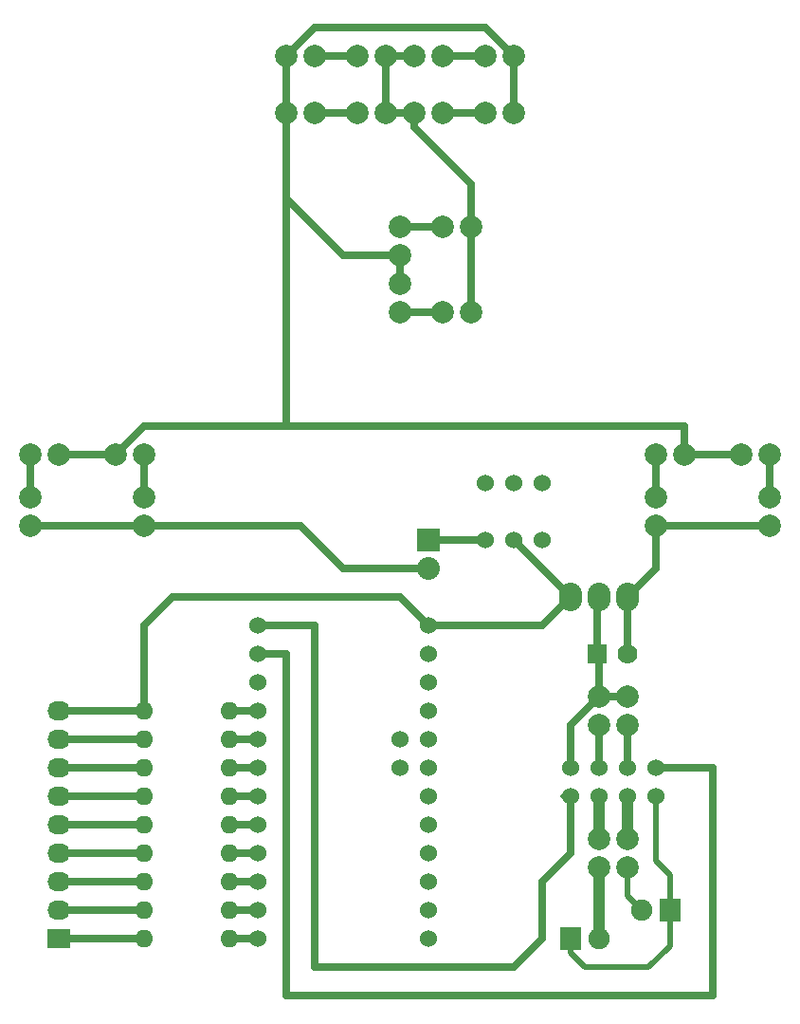
<source format=gbr>
G04 #@! TF.FileFunction,Copper,L1,Top,Signal*
%FSLAX46Y46*%
G04 Gerber Fmt 4.6, Leading zero omitted, Abs format (unit mm)*
G04 Created by KiCad (PCBNEW 4.0.2+dfsg1-stable) date Пан 28 Сак 2016 16:34:23*
%MOMM*%
G01*
G04 APERTURE LIST*
%ADD10C,0.100000*%
%ADD11C,1.524000*%
%ADD12O,1.600000X1.600000*%
%ADD13O,2.032000X2.540000*%
%ADD14R,1.778000X1.778000*%
%ADD15C,1.778000*%
%ADD16R,1.900000X2.000000*%
%ADD17C,1.900000*%
%ADD18R,2.032000X1.727200*%
%ADD19O,2.032000X1.727200*%
%ADD20R,2.032000X2.032000*%
%ADD21O,2.032000X2.032000*%
%ADD22C,1.998980*%
%ADD23C,2.000000*%
%ADD24C,0.700000*%
%ADD25C,0.500000*%
%ADD26C,1.000000*%
G04 APERTURE END LIST*
D10*
D11*
X152400000Y-93980000D03*
X154940000Y-93980000D03*
X157480000Y-93980000D03*
X152400000Y-99060000D03*
X154940000Y-99060000D03*
X157480000Y-99060000D03*
D12*
X129540000Y-134620000D03*
X129540000Y-132080000D03*
X129540000Y-129540000D03*
X129540000Y-127000000D03*
X129540000Y-124460000D03*
X129540000Y-121920000D03*
X129540000Y-119380000D03*
X129540000Y-116840000D03*
X129540000Y-114300000D03*
X121920000Y-114300000D03*
X121920000Y-116840000D03*
X121920000Y-119380000D03*
X121920000Y-121920000D03*
X121920000Y-124460000D03*
X121920000Y-127000000D03*
X121920000Y-129540000D03*
X121920000Y-132080000D03*
X121920000Y-134620000D03*
D11*
X147320000Y-106680000D03*
X147320000Y-109220000D03*
X147320000Y-111760000D03*
X147320000Y-114300000D03*
X147320000Y-116840000D03*
X147320000Y-119380000D03*
X147320000Y-121920000D03*
X147320000Y-124460000D03*
X147320000Y-127000000D03*
X147320000Y-129540000D03*
X147320000Y-132080000D03*
X147320000Y-134620000D03*
X144780000Y-116840000D03*
X144780000Y-119380000D03*
X132080000Y-134620000D03*
X132080000Y-132080000D03*
X132080000Y-129540000D03*
X132080000Y-127000000D03*
X132080000Y-124460000D03*
X132080000Y-121920000D03*
X132080000Y-119380000D03*
X132080000Y-116840000D03*
X132080000Y-114300000D03*
X132080000Y-111760000D03*
X132080000Y-109220000D03*
X132080000Y-106680000D03*
D13*
X165100000Y-104140000D03*
X162560000Y-104140000D03*
X160020000Y-104140000D03*
D14*
X162433000Y-109220000D03*
D15*
X165100000Y-109220000D03*
D16*
X160020000Y-134620000D03*
D17*
X162560000Y-134620000D03*
D16*
X168910000Y-132080000D03*
D17*
X166370000Y-132080000D03*
D18*
X114300000Y-134620000D03*
D19*
X114300000Y-132080000D03*
X114300000Y-129540000D03*
X114300000Y-127000000D03*
X114300000Y-124460000D03*
X114300000Y-121920000D03*
X114300000Y-119380000D03*
X114300000Y-116840000D03*
X114300000Y-114300000D03*
D20*
X147320000Y-99060000D03*
D21*
X147320000Y-101600000D03*
D22*
X162560000Y-125730000D03*
X162560000Y-128270000D03*
X162560000Y-113030000D03*
X162560000Y-115570000D03*
X165100000Y-113030000D03*
X165100000Y-115570000D03*
X165100000Y-125730000D03*
X165100000Y-128270000D03*
D11*
X160020000Y-119380000D03*
X162560000Y-119380000D03*
X165100000Y-119380000D03*
X167640000Y-119380000D03*
X167640000Y-121920000D03*
X165100000Y-121920000D03*
X162560000Y-121920000D03*
X160020000Y-121920000D03*
D23*
X137160000Y-60960000D03*
X134620000Y-60960000D03*
X137160000Y-55880000D03*
X134620000Y-55880000D03*
X121920000Y-91440000D03*
X119380000Y-91440000D03*
X111760000Y-91440000D03*
X114300000Y-91440000D03*
X144780000Y-71120000D03*
X144780000Y-73660000D03*
X144780000Y-78740000D03*
X144780000Y-76200000D03*
X152400000Y-60960000D03*
X154940000Y-60960000D03*
X152400000Y-55880000D03*
X154940000Y-55880000D03*
X177800000Y-91440000D03*
X175260000Y-91440000D03*
X167640000Y-91440000D03*
X170180000Y-91440000D03*
D22*
X140970000Y-60960000D03*
X143510000Y-60960000D03*
X140970000Y-55880000D03*
X143510000Y-55880000D03*
X121920000Y-95250000D03*
X121920000Y-97790000D03*
X111760000Y-95250000D03*
X111760000Y-97790000D03*
X148590000Y-71120000D03*
X151130000Y-71120000D03*
X148590000Y-78740000D03*
X151130000Y-78740000D03*
X148590000Y-60960000D03*
X146050000Y-60960000D03*
X148590000Y-55880000D03*
X146050000Y-55880000D03*
X177800000Y-95250000D03*
X177800000Y-97790000D03*
X167640000Y-95250000D03*
X167640000Y-97790000D03*
D24*
X162560000Y-113030000D02*
X165100000Y-113030000D01*
X160020000Y-119380000D02*
X160020000Y-115570000D01*
X160020000Y-115570000D02*
X162560000Y-113030000D01*
X162433000Y-109220000D02*
X162433000Y-104267000D01*
X162433000Y-104267000D02*
X162560000Y-104140000D01*
X162560000Y-113030000D02*
X162560000Y-109347000D01*
X162560000Y-109347000D02*
X162433000Y-109220000D01*
X162433000Y-112903000D02*
X162560000Y-113030000D01*
X162560000Y-109093000D02*
X162433000Y-109220000D01*
X165100000Y-104140000D02*
X167640000Y-101600000D01*
X167640000Y-101600000D02*
X167640000Y-97790000D01*
X121920000Y-97790000D02*
X135890000Y-97790000D01*
X139700000Y-101600000D02*
X147320000Y-101600000D01*
X135890000Y-97790000D02*
X139700000Y-101600000D01*
X146050000Y-60960000D02*
X146050000Y-62230000D01*
X151130000Y-67310000D02*
X151130000Y-71120000D01*
X146050000Y-62230000D02*
X151130000Y-67310000D01*
X111760000Y-97790000D02*
X121920000Y-97790000D01*
X177800000Y-97790000D02*
X167640000Y-97790000D01*
X151130000Y-71120000D02*
X151130000Y-78740000D01*
X143510000Y-55880000D02*
X143510000Y-60960000D01*
X143510000Y-60960000D02*
X146050000Y-60960000D01*
X146050000Y-55880000D02*
X143510000Y-55880000D01*
X165100000Y-109220000D02*
X165100000Y-104140000D01*
D25*
X160020000Y-134620000D02*
X160020000Y-135890000D01*
X168910000Y-135255000D02*
X168910000Y-132080000D01*
X167005000Y-137160000D02*
X168910000Y-135255000D01*
X161290000Y-137160000D02*
X167005000Y-137160000D01*
X160020000Y-135890000D02*
X161290000Y-137160000D01*
X167640000Y-121920000D02*
X167640000Y-127635000D01*
X168910000Y-128905000D02*
X168910000Y-132080000D01*
X167640000Y-127635000D02*
X168910000Y-128905000D01*
D26*
X162560000Y-134620000D02*
X162560000Y-128270000D01*
D25*
X165100000Y-128270000D02*
X165100000Y-130810000D01*
X165100000Y-130810000D02*
X166370000Y-132080000D01*
D24*
X121920000Y-134620000D02*
X114300000Y-134620000D01*
X114300000Y-132080000D02*
X121920000Y-132080000D01*
X121920000Y-129540000D02*
X114300000Y-129540000D01*
X114300000Y-127000000D02*
X121920000Y-127000000D01*
X121920000Y-124460000D02*
X114300000Y-124460000D01*
X114300000Y-121920000D02*
X121920000Y-121920000D01*
X121920000Y-119380000D02*
X114300000Y-119380000D01*
X114300000Y-116840000D02*
X121920000Y-116840000D01*
X154940000Y-99060000D02*
X160020000Y-104140000D01*
X147320000Y-106680000D02*
X144780000Y-104140000D01*
X121920000Y-106680000D02*
X121920000Y-114300000D01*
X124460000Y-104140000D02*
X121920000Y-106680000D01*
X144780000Y-104140000D02*
X124460000Y-104140000D01*
X160020000Y-104140000D02*
X157480000Y-106680000D01*
X157480000Y-106680000D02*
X147320000Y-106680000D01*
X121920000Y-114300000D02*
X114300000Y-114300000D01*
D26*
X162560000Y-121920000D02*
X162560000Y-125730000D01*
D24*
X162560000Y-119380000D02*
X162560000Y-115570000D01*
X165100000Y-119380000D02*
X165100000Y-115570000D01*
D26*
X165100000Y-121920000D02*
X165100000Y-125730000D01*
D24*
X129540000Y-134620000D02*
X132080000Y-134620000D01*
X132080000Y-132080000D02*
X129540000Y-132080000D01*
X129540000Y-129540000D02*
X132080000Y-129540000D01*
X132080000Y-127000000D02*
X129540000Y-127000000D01*
X129540000Y-124460000D02*
X132080000Y-124460000D01*
X132080000Y-121920000D02*
X129540000Y-121920000D01*
X132080000Y-119380000D02*
X129540000Y-119380000D01*
X132080000Y-116840000D02*
X129540000Y-116840000D01*
X132080000Y-109220000D02*
X134620000Y-109220000D01*
X172720000Y-119380000D02*
X167640000Y-119380000D01*
X172720000Y-139700000D02*
X172720000Y-119380000D01*
X134620000Y-139700000D02*
X172720000Y-139700000D01*
X134620000Y-109220000D02*
X134620000Y-139700000D01*
X160020000Y-121920000D02*
X160020000Y-127000000D01*
X137160000Y-106680000D02*
X132080000Y-106680000D01*
X137160000Y-137160000D02*
X137160000Y-106680000D01*
X154940000Y-137160000D02*
X137160000Y-137160000D01*
X157480000Y-134620000D02*
X154940000Y-137160000D01*
X157480000Y-129540000D02*
X157480000Y-134620000D01*
X160020000Y-127000000D02*
X157480000Y-129540000D01*
D25*
X159385000Y-121920000D02*
X160020000Y-121920000D01*
D24*
X147320000Y-99060000D02*
X152400000Y-99060000D01*
X140970000Y-60960000D02*
X137160000Y-60960000D01*
X134620000Y-55880000D02*
X137160000Y-53340000D01*
X152400000Y-53340000D02*
X154940000Y-55880000D01*
X137160000Y-53340000D02*
X152400000Y-53340000D01*
X170180000Y-91440000D02*
X170180000Y-88900000D01*
X170180000Y-88900000D02*
X134620000Y-88900000D01*
X119380000Y-91440000D02*
X121920000Y-88900000D01*
X121920000Y-88900000D02*
X134620000Y-88900000D01*
X134620000Y-88900000D02*
X134620000Y-68580000D01*
X144780000Y-73660000D02*
X139700000Y-73660000D01*
X139700000Y-73660000D02*
X134620000Y-68580000D01*
X134620000Y-68580000D02*
X134620000Y-60960000D01*
X119380000Y-91440000D02*
X114300000Y-91440000D01*
X170180000Y-91440000D02*
X175260000Y-91440000D01*
X144780000Y-76200000D02*
X144780000Y-73660000D01*
X134620000Y-60960000D02*
X134620000Y-55880000D01*
X154940000Y-55880000D02*
X154940000Y-60960000D01*
X140970000Y-55880000D02*
X137160000Y-55880000D01*
X121920000Y-91440000D02*
X121920000Y-95250000D01*
X111760000Y-91440000D02*
X111760000Y-95250000D01*
X144780000Y-71120000D02*
X148590000Y-71120000D01*
X144780000Y-78740000D02*
X148590000Y-78740000D01*
X152400000Y-60960000D02*
X148590000Y-60960000D01*
X152400000Y-55880000D02*
X148590000Y-55880000D01*
X177800000Y-95250000D02*
X177800000Y-91440000D01*
X167640000Y-95250000D02*
X167640000Y-91440000D01*
X129540000Y-114300000D02*
X132080000Y-114300000D01*
M02*

</source>
